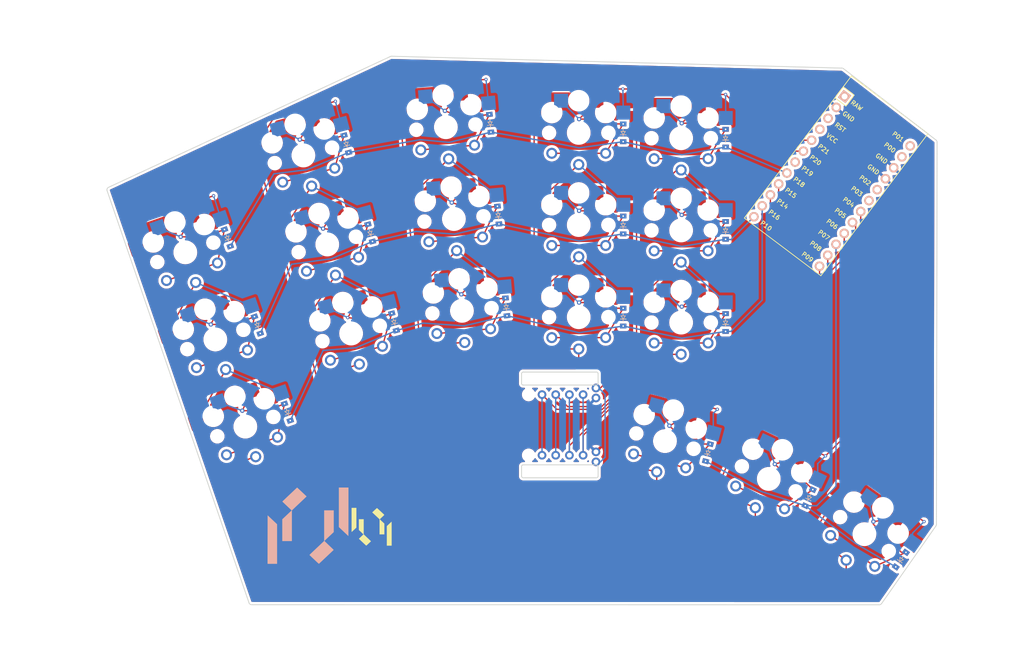
<source format=kicad_pcb>
(kicad_pcb (version 20210722) (generator pcbnew)
  (title_block (title "KEYBOARD_NAME_HERE") (rev "VERSION_HERE") (company "YOUR_NAME_HERE"))
  (layers (0 "F.Cu" signal) (31 "B.Cu" signal) (34 "B.Paste" user) (35 "F.Paste" user) (36 "B.SilkS" user "B.Silkscreen") (37 "F.SilkS" user "F.Silkscreen") (38 "B.Mask" user) (39 "F.Mask" user) (44 "Edge.Cuts" user))
  (net 0 "")
  (net 1 "pinky_bottom")
  (net 2 "P4")
  (net 3 "P16")
  (net 4 "pinky_home")
  (net 5 "pinky_top")
  (net 6 "P18")
  (net 7 "ring_bottom")
  (net 8 "P5")
  (net 9 "ring_home")
  (net 10 "ring_top")
  (net 11 "middle_bottom")
  (net 12 "P6")
  (net 13 "middle_home")
  (net 14 "middle_top")
  (net 15 "index_bottom")
  (net 16 "P21")
  (net 17 "index_home")
  (net 18 "index_top")
  (net 19 "inner_bottom")
  (net 20 "P20")
  (net 21 "inner_home")
  (net 22 "inner_top")
  (net 23 "near_thumb")
  (net 24 "P7")
  (net 25 "home_thumb")
  (net 26 "far_thumb")
  (net 27 "RAW")
  (net 28 "GND")
  (net 29 "RST")
  (net 30 "VCC")
  (net 31 "P19")
  (net 32 "P15")
  (net 33 "P14")
  (net 34 "P10")
  (net 35 "P1")
  (net 36 "P0")
  (net 37 "P2")
  (net 38 "P3")
  (net 39 "P8")
  (net 40 "P9")
  (footprint "PG1350" (layer "F.Cu") (at 56.322091 -19.390601 180)
    (fp_text reference "S20" hide)
    (fp_text value "" hide)
  )
  (footprint "PG1350" (layer "F.Cu") (at 75.322091 -18.390601)
    (fp_text reference "S25" hide)
    (fp_text value "" hide)
  )
  (footprint "PG1350" (layer "F.Cu") (at 14.091322 -16.363992 15)
    (fp_text reference "S7" hide)
    (fp_text value "" hide)
  )
  (footprint "PG1350" (layer "F.Cu") (at 56.322091 -53.590601 180)
    (fp_text reference "S24" hide)
    (fp_text value "" hide)
  )
  (footprint "LOGO" (layer "F.Cu") (at 8.128 18.796)
    (fp_text reference "G***" hide)
    (fp_text value "LOGO" hide)
  )
  (footprint "PG1350" (layer "F.Cu") (at 56.322091 -19.390601)
    (fp_text reference "S19" hide)
    (fp_text value "" hide)
  )
  (footprint "PG1350" (layer "F.Cu") (at 75.322091 -18.390601 180)
    (fp_text reference "S26" hide)
    (fp_text value "" hide)
  )
  (footprint "RollerEncoder_Panasonic_EVQWGD001" (layer "F.Cu") (at 53.322091 0.609399 -90)
    (fp_text reference "REF**")
    (fp_text value "RollerEncoder_Panasonic_EVQWGD001")
    (fp_line (start 9.8 7.3) (end 9.8 -6.3) (layer "Edge.Cuts") (width 0.15))
    (fp_line (start 7.7 7.6) (end 9.5 7.6) (layer "Edge.Cuts") (width 0.15))
    (fp_line (start -9.8 7.3) (end -9.8 -6.3) (layer "Edge.Cuts") (width 0.15))
    (fp_line (start -9.5 -6.6) (end -7.7 -6.6) (layer "Edge.Cuts") (width 0.15))
    (fp_line (start 7.4 -6.3) (end 7.4 7.3) (layer "Edge.Cuts") (width 0.15))
    (fp_line (start -7.7 7.6) (end -9.5 7.6) (layer "Edge.Cuts") (width 0.15))
    (fp_line (start 9.5 -6.6) (end 7.7 -6.6) (layer "Edge.Cuts") (width 0.15))
    (fp_line (start -7.4 -6.3) (end -7.4 7.3) (layer "Edge.Cuts") (width 0.15))
    (fp_arc (start 9.5 7.3) (end 9.5 7.6) (angle -90) (layer "Edge.Cuts") (width 0.15))
    (fp_arc (start -7.7 7.3) (end -7.4 7.3) (angle 90) (layer "Edge.Cuts") (width 0.15))
    (fp_arc (start 9.5 -6.3) (end 9.8 -6.3) (angle -90) (layer "Edge.Cuts") (width 0.15))
    (fp_arc (start 7.7 7.3) (end 7.4 7.3) (angle -90) (layer "Edge.Cuts") (width 0.15))
    (fp_arc (start -9.5 7.3) (end -9.5 7.6) (angle 90) (layer "Edge.Cuts") (width 0.15))
    (fp_arc (start 7.7 -6.3) (end 7.7 -6.6) (angle -90) (layer "Edge.Cuts") (width 0.15))
    (fp_arc (start -7.7 -6.3) (end -7.7 -6.6) (angle 90) (layer "Edge.Cuts") (width 0.15))
    (fp_arc (start -9.5 -6.3) (end -9.8 -6.3) (angle 90) (layer "Edge.Cuts") (width 0.15))
  )
  (footprint "PG1350" (layer "F.Cu") (at 34.655082 -20.57138 -175)
    (fp_text reference "S14" hide)
    (fp_text value "" hide)
  )
  (footprint "PG1350" (layer "F.Cu") (at 91.582503 10.619616 -25)
    (fp_text reference "S33" hide)
    (fp_text value "" hide)
  )
  (footprint "PG1350" (layer "F.Cu") (at -11.101874 -15.242183 19)
    (fp_text reference "S3" hide)
    (fp_text value "" hide)
  )
  (footprint "ComboDiode" (layer "F.Cu") (at 64.572091 -36.490601 90)
    (fp_text reference "D11" hide)
    (fp_text value "" hide)
  )
  (footprint "ComboDiode" (layer "F.Cu") (at -8.868561 -34.096488 109)
    (fp_text reference "D3" hide)
    (fp_text value "" hide)
  )
  (footprint "PG1350" (layer "F.Cu") (at 75.322091 -52.590601 180)
    (fp_text reference "S30" hide)
    (fp_text value "" hide)
  )
  (footprint "PG1350" (layer "F.Cu") (at 91.582503 10.619616 155)
    (fp_text reference "S34" hide)
    (fp_text value "" hide)
  )
  (footprint "ComboDiode" (layer "F.Cu") (at 64.572091 -19.390601 90)
    (fp_text reference "D10" hide)
    (fp_text value "" hide)
  )
  (footprint "ComboDiode" (layer "F.Cu") (at 80.290979 5.744656 75)
    (fp_text reference "D16" hide)
    (fp_text value "" hide)
  )
  (footprint "PG1350" (layer "F.Cu") (at 31.674356 -54.641239 -175)
    (fp_text reference "S18" hide)
    (fp_text value "" hide)
  )
  (footprint "PG1350" (layer "F.Cu") (at -5.534659 0.926184 -161)
    (fp_text reference "S2" hide)
    (fp_text value "" hide)
  )
  (footprint "PG1350" (layer "F.Cu") (at 33.164719 -37.606309 -175)
    (fp_text reference "S16" hide)
    (fp_text value "" hide)
  )
  (footprint "ComboDiode" (layer "F.Cu") (at 116.090999 25.599873 55)
    (fp_text reference "D18" hide)
    (fp_text value "" hide)
  )
  (footprint "LOGO" (layer "F.Cu") (at 8.329084 21.325417)
    (fp_text reference "G***" hide)
    (fp_text value "LOGO" hide)
  )
  (footprint "ComboDiode" (layer "F.Cu") (at 42.873688 -21.290415 95)
    (fp_text reference "D7" hide)
    (fp_text value "" hide)
  )
  (footprint "PG1350" (layer "F.Cu") (at 5.239711 -49.398656 15)
    (fp_text reference "S11" hide)
    (fp_text value "" hide)
  )
  (footprint "PG1350" (layer "F.Cu") (at 5.239711 -49.398656 -165)
    (fp_text reference "S12" hide)
    (fp_text value "" hide)
  )
  (footprint "PG1350" (layer "F.Cu") (at 56.322091 -36.490601)
    (fp_text reference "S21" hide)
    (fp_text value "" hide)
  )
  (footprint "ComboDiode" (layer "F.Cu") (at 83.572091 -35.490601 90)
    (fp_text reference "D14" hide)
    (fp_text value "" hide)
  )
  (footprint "PG1350" (layer "F.Cu") (at 109.332995 20.867867 -35)
    (fp_text reference "S35" hide)
    (fp_text value "" hide)
  )
  (footprint "ComboDiode" (layer "F.Cu") (at 17.634404 -35.016581 105)
    (fp_text reference "D5" hide)
    (fp_text value "" hide)
  )
  (footprint "PG1350" (layer "F.Cu") (at 56.322091 -36.490601 180)
    (fp_text reference "S22" hide)
    (fp_text value "" hide)
  )
  (footprint "ComboDiode" (layer "F.Cu") (at 83.572091 -18.390601 90)
    (fp_text reference "D13" hide)
    (fp_text value "" hide)
  )
  (footprint "PG1350" (layer "F.Cu") (at 9.665516 -32.881324 15)
    (fp_text reference "S9" hide)
    (fp_text value "" hide)
  )
  (footprint "ComboDiode" (layer "F.Cu") (at 39.892962 -55.360274 95)
    (fp_text reference "D9" hide)
    (fp_text value "" hide)
  )
  (footprint "ComboDiode" (layer "F.Cu") (at 2.26587 -1.759753 109)
    (fp_text reference "D1" hide)
    (fp_text value "" hide)
  )
  (footprint "LOGO" (layer "F.Cu") (at 8.329084 21.325417)
    (fp_text reference "G***" hide)
    (fp_text value "LOGO" hide)
  )
  (footprint "PG1350" (layer "F.Cu") (at 33.164719 -37.606309 5)
    (fp_text reference "S15" hide)
    (fp_text value "" hide)
  )
  (footprint "ComboDiode" (layer "F.Cu") (at 64.572091 -53.590601 90)
    (fp_text reference "D12" hide)
    (fp_text value "" hide)
  )
  (footprint "PG1350" (layer "F.Cu") (at -16.669089 -31.410551 -161)
    (fp_text reference "S6" hide)
    (fp_text value "" hide)
  )
  (footprint "PG1350" (layer "F.Cu") (at 75.322091 -35.490601)
    (fp_text reference "S27" hide)
    (fp_text value "" hide)
  )
  (footprint "LOGO" (layer "F.Cu") (at 8.128 18.796)
    (fp_text reference "G***" hide)
    (fp_text value "LOGO" hide)
  )
  (footprint "PG1350" (layer "F.Cu") (at 72.322091 3.609399 -15)
    (fp_text reference "S31" hide)
    (fp_text value "" hide)
  )
  (footprint "PG1350" (layer "F.Cu") (at 9.665516 -32.881324 -165)
    (fp_text reference "S10" hide)
    (fp_text value "" hide)
  )
  (footprint "ComboDiode" (layer "F.Cu") (at -3.301346 -17.928121 109)
    (fp_text reference "D2" hide)
    (fp_text value "" hide)
  )
  (footprint "ComboDiode" (layer "F.Cu") (at 83.572091 -52.590601 90)
    (fp_text reference "D15" hide)
    (fp_text value "" hide)
  )
  (footprint "PG1350" (layer "F.Cu") (at -11.101874 -15.242183 -161)
    (fp_text reference "S4" hide)
    (fp_text value "" hide)
  )
  (footprint "ComboDiode" (layer "F.Cu") (at 99.059542 14.106217 65)
    (fp_text reference "D17" hide)
    (fp_text value "" hide)
  )
  (footprint "PG1350" (layer "F.Cu") (at -16.669089 -31.410551 19)
    (fp_text reference "S5" hide)
    (fp_text value "" hide)
  )
  (footprint "PG1350" (layer "F.Cu") (at 34.655082 -20.57138 5)
    (fp_text reference "S13" hide)
    (fp_text value "" hide)
  )
  (footprint "ComboDiode" (layer "F.Cu") (at 22.06021 -18.499249 105)
    (fp_text reference "D4" hide)
    (fp_text value "" hide)
  )
  (footprint "LOGO" (layer "F.Cu") (at 8.128 18.796)
    (fp_text reference "G***" hide)
    (fp_text value "LOGO" hide)
  )
  (footprint "PG1350" (layer "F.Cu") (at 109.332995 20.867867 145)
    (fp_text reference "S36" hide)
    (fp_text value "" hide)
  )
  (footprint "PG1350" (layer "F.Cu") (at 75.322091 -35.490601 180)
    (fp_text reference "S28" hide)
    (fp_text value "" hide)
  )
  (footprint "PG1350" (layer "F.Cu") (at 72.322091 3.609399 165)
    (fp_text reference "S32" hide)
    (fp_text value "" hide)
  )
  (footprint "PG1350" (layer "F.Cu") (at 56.322091 -53.590601)
    (fp_text reference "S23" hide)
    (fp_text value "" hide)
  )
  (footprint "PG1350" (layer "F.Cu") (at -5.534659 0.926184 19)
    (fp_text reference "S1" hide)
    (fp_text value "" hide)
  )
  (footprint "PG1350" (layer "F.Cu") (at 14.091322 -16.363992 -165)
    (fp_text reference "S8" hide)
    (fp_text value "" hide)
  )
  (footprint "PG1350" (layer "F.Cu") (at 75.322091 -52.590601)
    (fp_text reference "S29" hide)
    (fp_text value "" hide)
  )
  (footprint "ComboDiode" (layer "F.Cu") (at 41.383325 -38.325344 95)
    (fp_text reference "D8" hide)
    (fp_text value "" hide)
  )
  (footprint "ComboDiode" (layer "F.Cu") (at 13.208599 -51.533913 105)
    (fp_text reference "D6" hide)
    (fp_text value "" hide)
  )
  (footprint "ProMicro" (layer "F.Cu") (at 103.322091 -44.590601 -127)
    (fp_text reference "MCU1" hide)
    (fp_text value "" hide)
  )
  (footprint "PG1350" (layer "F.Cu") (at 31.674356 -54.641239 5)
    (fp_text reference "S17" hide)
    (fp_text value "" hide)
  )
  (footprint "LOGO" (layer "F.Cu") (at 8.329084 21.325417)
    (fp_text reference "G***" hide)
    (fp_text value "LOGO" hide)
  )
  (gr_line (start 105.451242 -65.49097) (end 122.627026 -52.24108) (angle 90) (layer "Edge.Cuts") (width 0.15))
  (gr_line (start 122.821623 -51.84424) (end 122.687002 19.074136) (angle 90) (layer "Edge.Cuts") (width 0.15))
  (gr_arc (start 122.187002 19.073186) (end 122.596578 19.359975) (angle -34.89123511) (layer "Edge.Cuts") (width 0.15))
  (gr_arc (start 112.10206 33.475977) (end 112.102016 33.975977) (angle -55.00504228) (layer "Edge.Cuts") (width 0.15))
  (gr_line (start 112.102016 33.975977) (end -4.377834 33.965732) (angle 90) (layer "Edge.Cuts") (width 0.15))
  (gr_arc (start 122.321624 -51.845189) (end 122.821623 -51.844239) (angle -52.46114349) (layer "Edge.Cuts") (width 0.15))
  (gr_arc (start -4.37779 33.465732) (end -4.850549 33.628516) (angle -70.99495596) (layer "Edge.Cuts") (width 0.15))
  (gr_line (start 21.605717 -67.800467) (end 105.159034 -65.594905) (angle 90) (layer "Edge.Cuts") (width 0.15))
  (gr_line (start -30.924308 -43.473055) (end 21.381996 -67.754158) (angle 90) (layer "Edge.Cuts") (width 0.15))
  (gr_line (start -4.850549 33.628516) (end -31.18654 -42.856754) (angle 90) (layer "Edge.Cuts") (width 0.15))
  (gr_line (start 122.596578 19.359975) (end 112.511636 33.762765) (angle 90) (layer "Edge.Cuts") (width 0.15))
  (gr_arc (start 105.14584 -65.095079) (end 105.451242 -65.49097) (angle -36.13553037) (layer "Edge.Cuts") (width 0.15))
  (gr_arc (start 21.592523 -67.300641) (end 21.605717 -67.800467) (angle -26.41328495) (layer "Edge.Cuts") (width 0.15))
  (gr_arc (start -30.713781 -43.019538) (end -30.924308 -43.473055) (angle -84.09880785) (layer "Edge.Cuts") (width 0.15))
  (segment (start -9.025093 6.146995) (end 0.430093 2.891314) (width 0.25) (layer "F.Cu") (net 1))
  (segment (start -1.524 -2.032) (end 1.728683 -3.319859) (width 0.25) (layer "F.Cu") (net 1))
  (segment (start -4.375216 -5.765887) (end -6.096 -2.032) (width 0.25) (layer "F.Cu") (net 1))
  (segment (start 0.430093 2.891314) (end 1.728683 -3.319859) (width 0.25) (layer "F.Cu") (net 1))
  (segment (start -6.096 -2.032) (end -1.524 -2.032) (width 0.25) (layer "F.Cu") (net 1))
  (via (at -6.096 -2.032) (size 0.8) (drill 0.4) (layers "F.Cu" "B.Cu") (net 1))
  (segment (start -6.096 -2.032) (end -10.568363 -3.633416) (width 0.25) (layer "B.Cu") (net 1))
  (segment (start 108.026563 9.728563) (end 108.643389 9.111736) (width 0.25) (layer "F.Cu") (net 2))
  (segment (start 108.643389 9.111736) (end 108.643389 -38.990503) (width 0.25) (layer "F.Cu") (net 2))
  (segment (start -25.714136 -32.262169) (end -26.924 -36.576) (width 0.25) (layer "F.Cu") (net 2))
  (segment (start 99.568 21.082) (end 104.705423 13.049702) (width 0.25) (layer "F.Cu") (net 2))
  (segment (start -25.714136 -32.262169) (end -20.146921 -16.093801) (width 0.25) (layer "F.Cu") (net 2))
  (segment (start -3.613807 6.504744) (end -11.477022 9.191022) (width 0.25) (layer "F.Cu") (net 2))
  (segment (start -26.924 -36.576) (end -11.43 -41.91) (width 0.25) (layer "F.Cu") (net 2))
  (segment (start -11.477022 9.191022) (end -4.318 29.718) (width 0.25) (layer "F.Cu") (net 2))
  (segment (start -14.579706 0.074566) (end -9.181022 -9.663623) (width 0.25) (layer "F.Cu") (net 2))
  (segment (start 120.396 18.542) (end 108.026563 9.728563) (width 0.25) (layer "F.Cu") (net 2))
  (segment (start -20.146921 -16.093801) (end -14.579706 0.074566) (width 0.25) (layer "F.Cu") (net 2))
  (segment (start 105.948894 25.700864) (end 99.568 21.082) (width 0.25) (layer "F.Cu") (net 2))
  (segment (start 105.948894 28.163106) (end 105.948894 25.700864) (width 0.25) (layer "F.Cu") (net 2))
  (segment (start -20.146921 -16.093801) (end -14.748237 -25.831991) (width 0.25) (layer "F.Cu") (net 2))
  (segment (start 104.705423 13.049702) (end 108.026563 9.728563) (width 0.25) (layer "F.Cu") (net 2))
  (segment (start -14.579706 0.074566) (end -11.477022 9.191022) (width 0.25) (layer "F.Cu") (net 2))
  (segment (start -4.318 29.718) (end 104.394 29.718) (width 0.25) (layer "F.Cu") (net 2))
  (segment (start 104.394 29.718) (end 105.948894 28.163106) (width 0.25) (layer "F.Cu") (net 2))
  (via (at -11.43 -41.91) (size 0.6) (drill 0.3) (layers "F.Cu" "B.Cu") (net 2))
  (via (at 120.396 18.542) (size 0.6) (drill 0.3) (layers "F.Cu" "B.Cu") (net 2))
  (segment (start 1.068627 -5.313587) (end -9.181022 -9.663623) (width 0.25) (layer "B.Cu") (net 2))
  (segment (start 118.26239 20.67561) (end 118.26239 22.542392) (width 0.25) (layer "B.Cu") (net 2))
  (segment (start 120.396 18.542) (end 118.26239 20.67561) (width 0.25) (layer "B.Cu") (net 2))
  (segment (start -4.498588 -21.481954) (end -14.748237 -25.831991) (width 0.25) (layer "B.Cu") (net 2))
  (segment (start -11.43 -41.91) (end -10.065803 -37.650322) (width 0.25) (layer "B.Cu") (net 2))
  (segment (start 43.017495 -19.646694) (end 56.388 -16.51) (width 0.25) (layer "B.Cu") (net 3))
  (segment (start 84.558601 -16.740601) (end 90.357743 -22.539743) (width 0.25) (layer "B.Cu") (net 3))
  (segment (start 14.986 -13.716) (end 8.89 -13.208) (width 0.25) (layer "B.Cu") (net 3))
  (segment (start 22.487261 -16.905471) (end 14.986 -13.716) (width 0.25) (layer "B.Cu") (net 3))
  (segment (start 56.388 -16.51) (end 64.572091 -17.740601) (width 0.25) (layer "B.Cu") (net 3))
  (segment (start 83.572091 -16.740601) (end 84.558601 -16.740601) (width 0.25) (layer "B.Cu") (net 3))
  (segment (start 8.89 -13.208) (end 2.803057 -0.199647) (width 0.25) (layer "B.Cu") (net 3))
  (segment (start 43.017495 -19.646694) (end 35.052 -17.78) (width 0.25) (layer "B.Cu") (net 3))
  (segment (start 35.052 -17.78) (end 27.432 -18.288) (width 0.25) (layer "B.Cu") (net 3))
  (segment (start 90.357743 -22.539743) (end 90.357743 -40.048028) (width 0.25) (layer "B.Cu") (net 3))
  (segment (start 64.572091 -17.740601) (end 75.438 -15.494) (width 0.25) (layer "B.Cu") (net 3))
  (segment (start 75.438 -15.494) (end 83.572091 -16.740601) (width 0.25) (layer "B.Cu") (net 3))
  (segment (start 27.432 -18.288) (end 22.487261 -16.905471) (width 0.25) (layer "B.Cu") (net 3))
  (segment (start -14.592308 -10.021372) (end -5.137122 -13.277053) (width 0.25) (layer "F.Cu") (net 4))
  (segment (start -7.366 -18.034) (end -3.838533 -19.488227) (width 0.25) (layer "F.Cu") (net 4))
  (segment (start -5.137122 -13.277053) (end -3.838533 -19.488227) (width 0.25) (layer "F.Cu") (net 4))
  (segment (start -11.938 -18.034) (end -9.942431 -21.934254) (width 0.25) (layer "F.Cu") (net 4))
  (segment (start -11.938 -18.034) (end -7.366 -18.034) (width 0.25) (layer "F.Cu") (net 4))
  (via (at -11.938 -18.034) (size 0.8) (drill 0.4) (layers "F.Cu" "B.Cu") (net 4))
  (segment (start -16.135578 -19.801783) (end -11.938 -18.034) (width 0.25) (layer "B.Cu") (net 4))
  (segment (start -15.509646 -38.102622) (end -17.526 -34.29) (width 0.25) (layer "F.Cu") (net 5))
  (segment (start -17.526 -34.29) (end -12.954 -34.29) (width 0.25) (layer "F.Cu") (net 5))
  (segment (start -10.704337 -29.445421) (end -9.405748 -35.656594) (width 0.25) (layer "F.Cu") (net 5))
  (segment (start -20.159523 -26.18974) (end -10.704337 -29.445421) (width 0.25) (layer "F.Cu") (net 5))
  (segment (start -12.954 -34.29) (end -9.405748 -35.656594) (width 0.25) (layer "F.Cu") (net 5))
  (via (at -17.526 -34.29) (size 0.8) (drill 0.4) (layers "F.Cu" "B.Cu") (net 5))
  (segment (start -17.526 -34.29) (end -21.702793 -35.970151) (width 0.25) (layer "B.Cu") (net 5))
  (segment (start 40.036769 -53.716553) (end 51.308 -51.816) (width 0.25) (layer "B.Cu") (net 6))
  (segment (start 56.388 -50.8) (end 64.572091 -51.940601) (width 0.25) (layer "B.Cu") (net 6))
  (segment (start 26.924 -52.324) (end 32.258 -51.816) (width 0.25) (layer "B.Cu") (net 6))
  (segment (start 5.842 -46.736) (end 13.63565 -49.940135) (width 0.25) (layer "B.Cu") (net 6))
  (segment (start 64.572091 -51.940601) (end 75.438 -49.53) (width 0.25) (layer "B.Cu") (net 6))
  (segment (start -0.254 -45.974) (end 5.842 -46.736) (width 0.25) (layer "B.Cu") (net 6))
  (segment (start 75.438 -49.53) (end 83.572091 -50.940601) (width 0.25) (layer "B.Cu") (net 6))
  (segment (start 83.572091 -50.940601) (end 94.943573 -46.13363) (width 0.25) (layer "B.Cu") (net 6))
  (segment (start 51.308 -51.816) (end 56.388 -50.8) (width 0.25) (layer "B.Cu") (net 6))
  (segment (start 32.258 -51.816) (end 40.036769 -53.716553) (width 0.25) (layer "B.Cu") (net 6))
  (segment (start 13.63565 -49.940135) (end 26.924 -52.324) (width 0.25) (layer "B.Cu") (net 6))
  (segment (start -8.331374 -32.536382) (end -0.254 -45.974) (width 0.25) (layer "B.Cu") (net 6))
  (segment (start 10.245205 -11.399379) (end 19.904464 -13.987569) (width 0.25) (layer "F.Cu") (net 7))
  (segment (start 13.462 -19.304) (end 17.78 -18.796) (width 0.25) (layer "F.Cu") (net 7))
  (segment (start 19.904464 -13.987569) (end 21.633159 -20.093027) (width 0.25) (layer "F.Cu") (net 7))
  (segment (start 15.714756 -22.958883) (end 13.462 -19.304) (width 0.25) (layer "F.Cu") (net 7))
  (segment (start 17.78 -18.796) (end 21.633159 -20.093027) (width 0.25) (layer "F.Cu") (net 7))
  (via (at 13.462 -19.304) (size 0.6) (drill 0.3) (layers "F.Cu" "B.Cu") (net 7))
  (segment (start 13.462 -19.304) (end 9.387942 -21.263618) (width 0.25) (layer "B.Cu") (net 7))
  (segment (start 85.667625 3.723796) (end 89.14571 0.24571) (width 0.25) (layer "F.Cu") (net 8))
  (segment (start 107.696 0.762) (end 107.696 -36.380747) (width 0.25) (layer "F.Cu") (net 8))
  (segment (start -3.723897 -50.87915) (end 0.701908 -34.361818) (width 0.25) (layer "F.Cu") (net 8))
  (segment (start 0.701908 -34.361818) (end 5.127714 -17.844486) (width 0.25) (layer "F.Cu") (net 8))
  (segment (start 89.089055 28.512945) (end 89.089055 15.966832) (width 0.25) (layer "F.Cu") (net 8))
  (segment (start -9.652 12.954) (end -8.132658 17.415263) (width 0.25) (layer "F.Cu") (net 8))
  (segment (start 81.788 12.954) (end 85.667625 3.723796) (width 0.25) (layer "F.Cu") (net 8))
  (segment (start 5.127714 -17.844486) (end 11.192548 -27.182362) (width 0.25) (layer "F.Cu") (net 8))
  (segment (start -3.81 29.21) (end 88.392 29.21) (width 0.25) (layer "F.Cu") (net 8))
  (segment (start 15.618354 -10.66503) (end 7.714839 -8.222839) (width 0.25) (layer "F.Cu") (net 8))
  (segment (start 89.089055 15.966832) (end 81.788 12.954) (width 0.25) (layer "F.Cu") (net 8))
  (segment (start 7.714839 -8.222839) (end 7.714839 1.175161) (width 0.25) (layer "F.Cu") (net 8))
  (segment (start 11.176 -59.436) (end -0.254 -56.388) (width 0.25) (layer "F.Cu") (net 8))
  (segment (start -0.254 -56.388) (end -3.723897 -50.87915) (width 0.25) (layer "F.Cu") (net 8))
  (segment (start 88.392 29.21) (end 89.089055 28.512945) (width 0.25) (layer "F.Cu") (net 8))
  (segment (start 102.108 6.35) (end 107.696 0.762) (width 0.25) (layer "F.Cu") (net 8))
  (segment (start -8.075849 17.578151) (end -3.81 29.21) (width 0.25) (layer "F.Cu") (net 8))
  (segment (start 89.14571 0.24571) (end 102.108 6.35) (width 0.25) (layer "F.Cu") (net 8))
  (segment (start 107.696 -36.380747) (end 107.114778 -36.961969) (width 0.25) (layer "F.Cu") (net 8))
  (segment (start -8.132658 17.415263) (end -8.075849 17.578151) (width 0.25) (layer "F.Cu") (net 8))
  (segment (start 5.127714 -17.844486) (end 7.714839 -8.222839) (width 0.25) (layer "F.Cu") (net 8))
  (segment (start 0.701908 -34.361818) (end 6.766743 -43.699694) (width 0.25) (layer "F.Cu") (net 8))
  (segment (start 7.714839 1.175161) (end -9.652 12.954) (width 0.25) (layer "F.Cu") (net 8))
  (via (at 11.176 -59.436) (size 0.6) (drill 0.3) (layers "F.Cu" "B.Cu") (net 8))
  (via (at 102.108 6.35) (size 0.6) (drill 0.3) (layers "F.Cu" "B.Cu") (net 8))
  (segment (start 102.108 6.35) (end 100.667018 7.790982) (width 0.25) (layer "B.Cu") (net 8))
  (segment (start 21.113787 -22.127941) (end 11.192548 -27.182362) (width 0.25) (layer "B.Cu") (net 8))
  (segment (start 100.667018 7.790982) (end 100.667018 10.718128) (width 0.25) (layer "B.Cu") (net 8))
  (segment (start 12.262176 -55.162605) (end 11.176 -59.436) (width 0.25) (layer "B.Cu") (net 8))
  (segment (start 16.687981 -38.645273) (end 6.766743 -43.699694) (width 0.25) (layer "B.Cu") (net 8))
  (segment (start 8.89 -35.814) (end 11.28895 -39.476215) (width 0.25) (layer "F.Cu") (net 9))
  (segment (start 13.208 -35.306) (end 17.207353 -36.610359) (width 0.25) (layer "F.Cu") (net 9))
  (segment (start 8.89 -35.814) (end 13.208 -35.306) (width 0.25) (layer "F.Cu") (net 9))
  (segment (start 15.478658 -30.504901) (end 17.207353 -36.610359) (width 0.25) (layer "F.Cu") (net 9))
  (segment (start 15.478658 -30.504901) (end 5.819399 -27.916711) (width 0.25) (layer "F.Cu") (net 9))
  (via (at 8.89 -35.814) (size 0.8) (drill 0.4) (layers "F.Cu" "B.Cu") (net 9))
  (segment (start 4.962136 -37.78095) (end 8.89 -35.814) (width 0.25) (layer "B.Cu") (net 9))
  (segment (start 11.052853 -47.022233) (end 12.781548 -53.127691) (width 0.25) (layer "F.Cu") (net 10))
  (segment (start 1.393594 -44.434043) (end 11.052853 -47.022233) (width 0.25) (layer "F.Cu") (net 10))
  (segment (start 6.863145 -55.993547) (end 4.572 -52.324) (width 0.25) (layer "F.Cu") (net 10))
  (segment (start 4.572 -52.324) (end 7.62 -51.562) (width 0.25) (layer "F.Cu") (net 10))
  (segment (start 7.62 -51.562) (end 12.781548 -53.127691) (width 0.25) (layer "F.Cu") (net 10))
  (via (at 4.572 -52.324) (size 0.8) (drill 0.4) (layers "F.Cu" "B.Cu") (net 10))
  (segment (start 4.572 -52.324) (end 0.536331 -54.298282) (width 0.25) (layer "B.Cu") (net 10))
  (segment (start 38.1 -22.352) (end 42.729881 -22.934136) (width 0.25) (layer "F.Cu") (net 11))
  (segment (start 37.399043 -26.784174) (end 34.544 -23.622) (width 0.25) (layer "F.Cu") (net 11))
  (segment (start 39.967247 -17.221619) (end 42.729881 -22.934136) (width 0.25) (layer "F.Cu") (net 11))
  (segment (start 30.0053 -16.350061) (end 39.967247 -17.221619) (width 0.25) (layer "F.Cu") (net 11))
  (segment (start 34.544 -23.622) (end 38.1 -22.352) (width 0.25) (layer "F.Cu") (net 11))
  (via (at 34.544 -23.622) (size 0.8) (drill 0.4) (layers "F.Cu" "B.Cu") (net 11))
  (segment (start 34.544 -23.622) (end 30.873968 -26.213303) (width 0.25) (layer "B.Cu") (net 11))
  (segment (start 62.738 7.62) (end 65.299626 -2.15455) (width 0.25) (layer "F.Cu") (net 12))
  (segment (start -3.302 28.702) (end 68.58 28.448) (width 0.25) (layer "F.Cu") (net 12))
  (segment (start 70.795059 26.232941) (end 70.795059 9.308361) (width 0.25) (layer "F.Cu") (net 12))
  (segment (start 8.636 1.27) (end -8.89 13.208) (width 0.25) (layer "F.Cu") (net 12))
  (segment (start 35.169301 -14.693831) (end 26.879305 -14.179305) (width 0.25) (layer "F.Cu") (net 12))
  (segment (start 66.548 -6.096) (end 81.28 -6.096) (width 0.25) (layer "F.Cu") (net 12))
  (segment (start 26.084737 -23.585896) (end 26.879305 -14.179305) (width 0.25) (layer "F.Cu") (net 12))
  (segment (start 65.299626 -2.15455) (end 65.786 -2.640924) (width 0.25) (layer "F.Cu") (net 12))
  (segment (start 26.084737 -23.585896) (end 26.084737 -24.134559) (width 0.25) (layer "F.Cu") (net 12))
  (segment (start 24.594374 -40.620825) (end 26.084737 -23.585896) (width 0.25) (layer "F.Cu") (net 12))
  (segment (start 24.594374 -41.169489) (end 32.188575 -48.76369) (width 0.25) (layer "F.Cu") (net 12))
  (segment (start -8.89 13.208) (end -3.302 28.702) (width 0.25) (layer "F.Cu") (net 12))
  (segment (start 68.326 -6.096) (end 71.374 -5.334) (width 0.25) (layer "F.Cu") (net 12))
  (segment (start 65.786 -5.334) (end 66.548 -6.096) (width 0.25) (layer "F.Cu") (net 12))
  (segment (start 70.795059 9.308361) (end 62.738 7.62) (width 0.25) (layer "F.Cu") (net 12))
  (segment (start 71.374 -5.334) (end 82.042 -2.286) (width 0.25) (layer "F.Cu") (net 12))
  (segment (start 22.606 -62.23) (end 23.104011 -57.655755) (width 0.25) (layer "F.Cu") (net 12))
  (segment (start 26.879305 -14.179305) (end 24.13 -10.922) (width 0.25) (layer "F.Cu") (net 12))
  (segment (start 8.636 -6.604) (end 8.636 1.27) (width 0.25) (layer "F.Cu") (net 12))
  (segment (start 65.786 -2.640924) (end 65.786 -5.334) (width 0.25) (layer "F.Cu") (net 12))
  (segment (start 81.28 -6.096) (end 105.586168 -30.402168) (width 0.25) (layer "F.Cu") (net 12))
  (segment (start 68.58 28.448) (end 70.795059 26.232941) (width 0.25) (layer "F.Cu") (net 12))
  (segment (start 24.13 -10.922) (end 8.636 -6.604) (width 0.25) (layer "F.Cu") (net 12))
  (segment (start 105.586168 -30.402168) (end 105.586168 -34.933435) (width 0.25) (layer "F.Cu") (net 12))
  (segment (start 39.116 -63.5) (end 22.606 -62.23) (width 0.25) (layer "F.Cu") (net 12))
  (segment (start 23.104011 -57.655755) (end 24.594374 -40.620825) (width 0.25) (layer "F.Cu") (net 12))
  (segment (start 26.084737 -24.134559) (end 33.678938 -31.72876) (width 0.25) (layer "F.Cu") (net 12))
  (segment (start 24.594374 -40.620825) (end 24.594374 -41.169489) (width 0.25) (layer "F.Cu") (net 12))
  (via (at 82.042 -2.286) (size 0.6) (drill 0.3) (layers "F.Cu" "B.Cu") (net 12))
  (via (at 39.116 -63.5) (size 0.6) (drill 0.3) (layers "F.Cu" "B.Cu") (net 12))
  (segment (start 39.591033 -59.098183) (end 39.116 -63.5) (width 0.25) (layer "B.Cu") (net 12))
  (segment (start 41.081396 -42.063253) (end 32.188575 -48.76369) (width 0.25) (layer "B.Cu") (net 12))
  (segment (start 82.042 -2.286) (end 81.285699 -1.529699) (width 0.25) (layer "B.Cu") (net 12))
  (segment (start 42.571759 -25.028324) (end 33.678938 -31.72876) (width 0.25) (layer "B.Cu") (net 12))
  (segment (start 81.285699 -1.529699) (end 81.285699 2.128905) (width 0.25) (layer "B.Cu") (net 12))
  (segment (start 28.514937 -33.38499) (end 38.476884 -34.256548) (width 0.25) (layer "F.Cu") (net 13))
  (segment (start 32.766 -40.64) (end 35.90868 -43.819103) (width 0.25) (layer "F.Cu") (net 13))
  (segment (start 32.766 -40.64) (end 36.83 -39.37) (width 0.25) (layer "F.Cu") (net 13))
  (segment (start 36.83 -39.37) (end 41.239518 -39.969065) (width 0.25) (layer "F.Cu") (net 13))
  (segment (start 38.476884 -34.256548) (end 41.239518 -39.969065) (width 0.25) (layer "F.Cu") (net 13))
  (via (at 32.766 -40.64) (size 0.8) (drill 0.4) (layers "F.Cu" "B.Cu") (net 13))
  (segment (start 29.383605 -43.248232) (end 32.766 -40.64) (width 0.25) (layer "B.Cu") (net 13))
  (segment (start 34.418317 -60.854033) (end 31.496 -57.658) (width 0.25) (layer "F.Cu") (net 14))
  (segment (start 27.024574 -50.41992) (end 36.986521 -51.291478) (width 0.25) (layer "F.Cu") (net 14))
  (segment (start 35.052 -56.388) (end 39.749155 -57.003995) (width 0.25) (layer "F.Cu") (net 14))
  (segment (start 31.496 -57.658) (end 35.052 -56.388) (width 0.25) (layer "F.Cu") (net 14))
  (segment (start 36.986521 -51.291478) (end 39.749155 -57.003995) (width 0.25) (layer "F.Cu") (net 14))
  (via (at 31.496 -57.658) (size 0.8) (drill 0.4) (layers "F.Cu" "B.Cu") (net 14))
  (segment (start 31.496 -57.658) (end 27.893242 -60.283162) (width 0.25) (layer "B.Cu") (net 14))
  (segment (start 51.322091 -15.590601) (end 61.322091 -15.590601) (width 0.25) (layer "F.Cu") (net 15))
  (segment (start 59.597091 -25.340601) (end 59.597091 -25.307091) (width 0.25) (layer "F.Cu") (net 15))
  (segment (start 59.477399 -21.040601) (end 64.572091 -21.040601) (width 0.25) (layer "F.Cu") (net 15))
  (segment (start 56.388 -22.098) (end 58.42 -22.098) (width 0.25) (layer "F.Cu") (net 15))
  (segment (start 58.42 -22.098) (end 59.477399 -21.040601) (width 0.25) (layer "F.Cu") (net 15))
  (segment (start 59.597091 -25.307091) (end 56.388 -22.098) (width 0.25) (layer "F.Cu") (net 15))
  (segment (start 61.322091 -15.590601) (end 64.572091 -21.040601) (width 0.25) (layer "F.Cu") (net 15))
  (via (at 56.388 -22.098) (size 0.8) (drill 0.4) (layers "F.Cu" "B.Cu") (net 15))
  (segment (start 56.289692 -22.098) (end 53.047091 -25.340601) (width 0.25) (layer "B.Cu") (net 15))
  (segment (start 56.388 -22.098) (end 56.289692 -22.098) (width 0.25) (layer "B.Cu") (net 15))
  (segment (start 60.96 -6.858) (end 60.96 -9.652) (width 0.25) (layer "F.Cu") (net 16))
  (segment (start 48.047091 -40.240601) (end 56.322091 -47.690601) (width 0.25) (layer "F.Cu") (net 16))
  (segment (start 60.96 -9.652) (end 60.452 -10.16) (width 0.25) (layer "F.Cu") (net 16))
  (segment (start 56.388 -10.16) (end 56.322091 -10.225909) (width 0.25) (layer "F.Cu") (net 16))
  (segment (start 94.846767 -52.219233) (end 99.529404 -52.219233) (width 0.25) (layer "F.Cu") (net 16))
  (segment (start 64.516 -61.722) (end 48.006 -61.722) (width 0.25) (layer "F.Cu") (net 16))
  (segment (start 60.452 -10.16) (end 56.388 -10.16) (width 0.25) (layer "F.Cu") (net 16))
  (segment (start 64.516 -61.722) (end 85.344 -61.722) (width 0.25) (layer "F.Cu") (net 16))
  (segment (start 60.342601 -6.240601) (end 60.96 -6.858) (width 0.25) (layer "F.Cu") (net 16))
  (segment (start 48.047091 -40.240601) (end 48.047091 -23.140601) (width 0.25) (layer "F.Cu") (net 16))
  (segment (start 48.047091 -57.340601) (end 48.047091 -40.240601) (width 0.25) (layer "F.Cu") (net 16))
  (segment (start 48.047091 -23.140601) (end 56.322091 -30.590601) (width 0.25) (layer "F.Cu") (net 16))
  (segment (start 85.344 -61.722) (end 94.846767 -52.219233) (width 0.25) (layer "F.Cu") (net 16))
  (segment (start 48.006 -61.722) (end 48.047091 -57.340601) (width 0.25) (layer "F.Cu") (net 16))
  (segment (start 56.322091 -13.490601) (end 48.006 -13.462) (width 0.25) (layer "F.Cu") (net 16))
  (segment (start 56.322091 -10.225909) (end 56.322091 -13.490601) (width 0.25) (layer "F.Cu") (net 16))
  (segment (start 59.522091 -6.240601) (end 60.342601 -6.240601) (width 0.25) (layer "F.Cu") (net 16))
  (segment (start 48.006 -13.462) (end 48.047091 -23.140601) (width 0.25) (layer "F.Cu") (net 16))
  (via (at 64.516 -61.722) (size 0.6) (drill 0.3) (layers "F.Cu" "B.Cu") (net 16))
  (segment (start 64.597091 -23.140601) (end 56.322091 -30.590601) (width 0.25) (layer "B.Cu") (net 16))
  (segment (start 64.597091 -57.340601) (end 64.516 -61.722) (width 0.25) (layer "B.Cu") (net 16))
  (segment (start 59.522091 7.459399) (end 60.358601 7.459399) (width 0.25) (layer "B.Cu") (net 16))
  (segment (start 64.597091 -40.240601) (end 56.322091 -47.690601) (width 0.25) (layer "B.Cu") (net 16))
  (segment (start 60.358601 7.459399) (end 61.214 6.604) (width 0.25) (layer "B.Cu") (net 16))
  (segment (start 61.214 -5.08) (end 60.053399 -6.240601) (width 0.25) (layer "B.Cu") (net 16))
  (segment (start 61.214 6.604) (end 61.214 -5.08) (width 0.25) (layer "B.Cu") (net 16))
  (segment (start 60.053399 -6.240601) (end 59.522091 -6.240601) (width 0.25) (layer "B.Cu") (net 16))
  (segment (start 56.388 -39.116) (end 59.597091 -42.325091) (width 0.25) (layer "F.Cu") (net 17))
  (segment (start 51.322091 -32.690601) (end 61.322091 -32.690601) (width 0.25) (layer "F.Cu") (net 17))
  (segment (start 56.388 -39.116) (end 58.674 -39.116) (width 0.25) (layer "F.Cu") (net 17))
  (segment (start 59.597091 -42.325091) (end 59.597091 -42.440601) (width 0.25) (layer "F.Cu") (net 17))
  (segment (start 61.322091 -32.690601) (end 64.572091 -38.140601) (width 0.25) (layer "F.Cu") (net 17))
  (segment (start 58.674 -39.116) (end 59.649399 -38.140601) (width 0.25) (layer "F.Cu") (net 17))
  (segment (start 59.649399 -38.140601) (end 64.572091 -38.140601) (width 0.25) (layer "F.Cu") (net 17))
  (via (at 56.388 -39.116) (size 0.8) (drill 0.4) (layers "F.Cu" "B.Cu") (net 17))
  (segment (start 53.047091 -42.440601) (end 53.063399 -42.440601) (width 0.25) (layer "B.Cu") (net 17))
  (segment (start 53.063399 -42.440601) (end 56.388 -39.116) (width 0.25) (layer "B.Cu") (net 17))
  (segment (start 51.322091 -49.790601) (end 61.322091 -49.790601) (width 0.25) (layer "F.Cu") (net 18))
  (segment (start 56.388 -56.134) (end 58.674 -56.134) (width 0.25) (layer "F.Cu") (net 18))
  (segment (start 58.674 -56.134) (end 59.567399 -55.240601) (width 0.25) (layer "F.Cu") (net 18))
  (segment (start 61.322091 -49.790601) (end 64.572091 -55.240601) (width 0.25) (layer "F.Cu") (net 18))
  (segment (start 59.597091 -59.343091) (end 56.388 -56.134) (width 0.25) (layer "F.Cu") (net 18))
  (segment (start 59.597091 -59.540601) (end 59.597091 -59.343091) (width 0.25) (layer "F.Cu") (net 18))
  (segment (start 59.567399 -55.240601) (end 64.572091 -55.240601) (width 0.25) (layer "F.Cu") (net 18))
  (via (at 56.388 -56.134) (size 0.8) (drill 0.4) (layers "F.Cu" "B.Cu") (net 18))
  (segment (start 53.047091 -59.540601) (end 53.047091 -59.474909) (width 0.25) (layer "B.Cu") (net 18))
  (segment (start 53.047091 -59.474909) (end 56.388 -56.134) (width 0.25) (layer "B.Cu") (net 18))
  (segment (start 75.59249 -21.336) (end 75.438 -21.336) (width 0.25) (layer "F.Cu") (net 19))
  (segment (start 79.019399 -20.040601) (end 83.572091 -20.040601) (width 0.25) (layer "F.Cu") (net 19))
  (segment (start 78.597091 -24.340601) (end 75.59249 -21.336) (width 0.25) (layer "F.Cu") (net 19))
  (segment (start 80.322091 -14.590601) (end 83.572091 -20.040601) (width 0.25) (layer "F.Cu") (net 19))
  (segment (start 75.438 -21.336) (end 77.724 -21.336) (width 0.25) (layer "F.Cu") (net 19))
  (segment (start 70.322091 -14.590601) (end 80.322091 -14.590601) (width 0.25) (layer "F.Cu") (net 19))
  (segment (start 77.724 -21.336) (end 79.019399 -20.040601) (width 0.25) (layer "F.Cu") (net 19))
  (via (at 75.438 -21.336) (size 0.8) (drill 0.4) (layers "F.Cu" "B.Cu") (net 19))
  (segment (start 75.438 -21.336) (end 75.051692 -21.336) (width 0.25) (layer "B.Cu") (net 19))
  (segment (start 75.051692 -21.336) (end 72.047091 -24.340601) (width 0.25) (layer "B.Cu") (net 19))
  (segment (start 74.497091 -29.590601) (end 75.322091 -29.590601) (width 0.25) (layer "F.Cu") (net 20))
  (segment (start 83.566 -60.706) (end 94.081301 -50.190699) (width 0.25) (layer "F.Cu") (net 20))
  (segment (start 74.497091 -46.690601) (end 75.322091 -46.690601) (width 0.25) (layer "F.Cu") (net 20))
  (segment (start 67.047091 -39.240601) (end 67.047091 -22.140601) (width 0.25) (layer "F.Cu") (net 20))
  (segment (start 67.047091 -56.340601) (end 67.047091 -39.240601) (width 0.25) (layer "F.Cu") (net 20))
  (segment (start 94.081301 -50.190699) (end 98.000793 -50.190699) (width 0.25) (layer "F.Cu") (net 20))
  (segment (start 67.047091 -22.140601) (end 74.497091 -29.590601) (width 0.25) (layer "F.Cu") (net 20))
  (segment (start 67.056 -12.446) (end 75.322091 -12.490601) (width 0.25) (layer "F.Cu") (net 20))
  (segment (start 67.056 -60.706) (end 67.047091 -56.340601) (width 0.25) (layer "F.Cu") (net 20))
  (segment (start 67.047091 -39.240601) (end 74.497091 -46.690601) (width 0.25) (layer "F.Cu") (net 20))
  (segment (start 83.566 -60.706) (end 67.056 -60.706) (width 0.25) (layer "F.Cu") (net 20))
  (segment (start 67.047091 -22.140601) (end 67.056 -12.446) (width 0.25) (layer "F.Cu") (net 20))
  (via (at 83.566 -60.706) (size 0.6) (drill 0.3) (layers "F.Cu" "B.Cu") (net 20))
  (segment (start 75.322091 -46.690601) (end 83.597091 -39.240601) (width 0.25) (layer "B.Cu") (net 20))
  (segment (start 83.597091 -56.340601) (end 83.566 -60.706) (width 0.25) (layer "B.Cu") (net 20))
  (segment (start 75.322091 -29.590601) (end 83.597091 -22.140601) (width 0.25) (layer "B.Cu") (net 20))
  (segment (start 78.937399 -37.140601) (end 83.572091 -37.140601) (width 0.25) (layer "F.Cu") (net 21))
  (segment (start 80.322091 -31.690601) (end 83.572091 -37.140601) (width 0.25) (layer "F.Cu") (net 21))
  (segment (start 77.724 -38.354) (end 78.937399 -37.140601) (width 0.25) (layer "F.Cu") (net 21))
  (segment (start 78.597091 -41.440601) (end 78.524601 -41.440601) (width 0.25) (layer "F.Cu") (net 21))
  (segment (start 70.322091 -31.690601) (end 80.322091 -31.690601) (width 0.25) (layer "F.Cu") (net 21))
  (segment (start 75.438 -38.354) (end 77.724 -38.354) (width 0.25) (layer "F.Cu") (net 21))
  (segment (start 78.524601 -41.440601) (end 75.438 -38.354) (width 0.25) (layer "F.Cu") (net 21))
  (via (at 75.438 -38.354) (size 0.8) (drill 0.4) (layers "F.Cu" "B.Cu") (net 21))
  (segment (start 72.351399 -41.440601) (end 72.047091 -41.440601) (width 0.25) (layer "B.Cu") (net 21))
  (segment (start 75.438 -38.354) (end 72.351399 -41.440601) (width 0.25) (layer "B.Cu") (net 21))
  (segment (start 78.601399 -54.240601) (end 83.572091 -54.240601) (width 0.25) (layer "F.Cu") (net 22))
  (segment (start 80.322091 -48.790601) (end 70.322091 -48.790601) (width 0.25) (layer "F.Cu") (net 22))
  (segment (start 75.438 -55.372) (end 78.597091 -58.531091) (width 0.25) (layer "F.Cu") (net 22))
  (segment (start 80.322091 -48.790601) (end 83.572091 -54.240601) (width 0.25) (layer "F.Cu") (net 22))
  (segment (start 75.438 -55.372) (end 77.47 -55.372) (width 0.25) (layer "F.Cu") (net 22))
  (segment (start 77.47 -55.372) (end 78.601399 -54.240601) (width 0.25) (layer "F.Cu") (net 22))
  (segment (start 78.597091 -58.531091) (end 78.597091 -58.540601) (width 0.25) (layer "F.Cu") (net 22))
  (via (at 75.438 -55.372) (size 0.8) (drill 0.4) (layers "F.Cu" "B.Cu") (net 22))
  (segment (start 72.269399 -58.540601) (end 75.438 -55.372) (width 0.25) (layer "B.Cu") (net 22))
  (segment (start 72.047091 -58.540601) (end 72.269399 -58.540601) (width 0.25) (layer "B.Cu") (net 22))
  (segment (start 76.168208 8.574012) (end 66.508949 5.985822) (width 0.25) (layer "F.Cu") (net 23))
  (segment (start 73.152 0.762) (end 75.692 3.302) (width 0.25) (layer "F.Cu") (net 23))
  (segment (start 75.692 3.302) (end 78.232 3.302) (width 0.25) (layer "F.Cu") (net 23))
  (segment (start 77.025471 -1.290227) (end 73.152 0.762) (width 0.25) (layer "F.Cu") (net 23))
  (segment (start 78.232 3.302) (end 79.080878 4.150878) (width 0.25) (layer "F.Cu") (net 23))
  (segment (start 76.168208 8.574012) (end 80.71803 4.150878) (width 0.25) (layer "F.Cu") (net 23))
  (segment (start 79.080878 4.150878) (end 80.71803 4.150878) (width 0.25) (layer "F.Cu") (net 23))
  (via (at 73.152 0.762) (size 0.8) (drill 0.4) (layers "F.Cu" "B.Cu") (net 23))
  (segment (start 73.152 0.762) (end 70.698657 -2.985492) (width 0.25) (layer "B.Cu") (net 23))
  (segment (start 104.057558 12.020442) (end 104.057558 -32.904901) (width 0.25) (layer "B.Cu") (net 24))
  (segment (start 79.863928 7.338434) (end 90.17 12.954) (width 0.25) (layer "B.Cu") (net 24))
  (segment (start 100.476375 15.601625) (end 104.057558 12.020442) (width 0.25) (layer "B.Cu") (net 24))
  (segment (start 98.362222 15.601625) (end 107.696 22.606) (width 0.25) (layer "B.Cu") (net 24))
  (segment (start 90.17 12.954) (end 98.362222 15.601625) (width 0.25) (layer "B.Cu") (net 24))
  (segment (start 107.696 22.606) (end 115.144598 26.951474) (width 0.25) (layer "B.Cu") (net 24))
  (segment (start 98.362222 15.601625) (end 100.476375 15.601625) (width 0.25) (layer "B.Cu") (net 24))
  (segment (start 92.71 7.874) (end 96.266 11.43) (width 0.25) (layer "F.Cu") (net 25))
  (segment (start 96.266 11.43) (end 98.576053 11.43) (width 0.25) (layer "F.Cu") (net 25))
  (segment (start 94.508093 16.176677) (end 85.445015 11.950494) (width 0.25) (layer "F.Cu") (net 25))
  (segment (start 98.576053 11.43) (end 99.756862 12.610809) (width 0.25) (layer "F.Cu") (net 25))
  (segment (start 94.508093 16.176677) (end 99.756862 12.610809) (width 0.25) (layer "F.Cu") (net 25))
  (segment (start 92.71 7.874) (end 97.06524 6.611159) (width 0.25) (layer "F.Cu") (net 25))
  (via (at 92.71 7.874) (size 0.8) (drill 0.4) (layers "F.Cu" "B.Cu") (net 25))
  (segment (start 91.128924 3.84301) (end 92.71 7.874) (width 0.25) (layer "B.Cu") (net 25))
  (segment (start 111.249165 26.848527) (end 103.057644 21.112763) (width 0.25) (layer "F.Cu") (net 26))
  (segment (start 111.249165 26.848527) (end 117.0374 24.248272) (width 0.25) (layer "F.Cu") (net 26))
  (segment (start 115.428498 17.872375) (end 110.998 18.542) (width 0.25) (layer "F.Cu") (net 26))
  (segment (start 116.196272 24.248272) (end 110.998 19.05) (width 0.25) (layer "F.Cu") (net 26))
  (segment (start 110.998 19.05) (end 110.998 18.542) (width 0.25) (layer "F.Cu") (net 26))
  (segment (start 117.0374 24.248272) (end 116.196272 24.248272) (width 0.25) (layer "F.Cu") (net 26))
  (via (at 110.998 18.542) (size 0.8) (drill 0.4) (layers "F.Cu" "B.Cu") (net 26))
  (segment (start 110.998 18.542) (end 110.063052 14.11545) (width 0.25) (layer "B.Cu") (net 26))
  (segment (start 49.512091 -5.015601) (end 52.241692 -2.286) (width 0.25) (layer "F.Cu") (net 32))
  (segment (start 93.414963 -20.262963) (end 93.414963 -44.105096) (width 0.25) (layer "F.Cu") (net 32))
  (segment (start 80.772 -7.62) (end 93.414963 -20.262963) (width 0.25) (layer "F.Cu") (net 32))
  (segment (start 60.704592 -2.286) (end 66.038592 -7.62) (width 0.25) (layer "F.Cu") (net 32))
  (segment (start 52.241692 -2.286) (end 60.704592 -2.286) (width 0.25) (layer "F.Cu") (net 32))
  (segment (start 66.038592 -7.62) (end 80.772 -7.62) (width 0.25) (layer "F.Cu") (net 32))
  (segment (start 49.512091 -5.015601) (end 49.512091 6.234399) (width 0.25) (layer "B.Cu") (net 32))
  (segment (start 65.910888 -8.128) (end 80.518 -8.128) (width 0.25) (layer "F.Cu") (net 33))
  (segment (start 60.576888 -2.794) (end 65.910888 -8.128) (width 0.25) (layer "F.Cu") (net 33))
  (segment (start 80.518 -8.128) (end 91.886353 -19.496353) (width 0.25) (layer "F.Cu") (net 33))
  (segment (start 54.273692 -2.794) (end 60.576888 -2.794) (width 0.25) (layer "F.Cu") (net 33))
  (segment (start 52.052091 -5.015601) (end 54.273692 -2.794) (width 0.25) (layer "F.Cu") (net 33))
  (segment (start 91.886353 -19.496353) (end 91.886353 -42.076562) (width 0.25) (layer "F.Cu") (net 33))
  (segment (start 52.052091 -5.015601) (end 52.052091 6.234399) (width 0.25) (layer "B.Cu") (net 33))
  (segment (start 3.048 -29.21) (end 10.414 -30.226) (width 0.25) (layer "B.Cu") (net 34))
  (segment (start 84.59164 -33.782) (end 83.572091 -33.840601) (width 0.25) (layer "B.Cu") (net 34))
  (segment (start 33.274 -34.798) (end 26.162 -35.306) (width 0.25) (layer "B.Cu") (net 34))
  (segment (start 75.438 -32.512) (end 83.572091 -33.840601) (width 0.25) (layer "B.Cu") (net 34))
  (segment (start 56.388 -33.528) (end 64.572091 -34.840601) (width 0.25) (layer "B.Cu") (net 34))
  (segment (start -2.764159 -16.368015) (end 3.048 -29.21) (width 0.25) (layer "B.Cu") (net 34))
  (segment (start 10.414 -30.226) (end 18.061455 -33.422803) (width 0.25) (layer "B.Cu") (net 34))
  (segment (start 41.527132 -36.681623) (end 56.388 -33.528) (width 0.25) (layer "B.Cu") (net 34))
  (segment (start 41.527132 -36.681623) (end 33.274 -34.798) (width 0.25) (layer "B.Cu") (net 34))
  (segment (start 88.829133 -38.019493) (end 84.59164 -33.782) (width 0.25) (layer "B.Cu") (net 34))
  (segment (start 64.572091 -34.840601) (end 75.438 -32.512) (width 0.25) (layer "B.Cu") (net 34))
  (segment (start 26.162 -35.306) (end 18.061455 -33.422803) (width 0.25) (layer "B.Cu") (net 34))
  (segment (start 81.085896 -6.66249) (end 102.528948 -28.105542) (width 0.25) (layer "F.Cu") (net 39))
  (segment (start 57.132091 6.234399) (end 57.132091 2.557909) (width 0.25) (layer "F.Cu") (net 39))
  (segment (start 57.132091 2.557909) (end 66.35249 -6.66249) (width 0.25) (layer "F.Cu") (net 39))
  (segment (start 102.528948 -28.105542) (end 102.528948 -30.876367) (width 0.25) (layer "F.Cu") (net 39))
  (segment (start 66.35249 -6.66249) (end 81.085896 -6.66249) (width 0.25) (layer "F.Cu") (net 39))
  (segment (start 57.132091 -5.015601) (end 57.132091 6.234399) (width 0.25) (layer "B.Cu") (net 39))
  (segment (start 54.592091 6.234399) (end 54.592091 4.462205) (width 0.25) (layer "F.Cu") (net 40))
  (segment (start 101.000338 -27.212634) (end 101.000338 -28.847832) (width 0.25) (layer "F.Cu") (net 40))
  (segment (start 54.592091 4.462205) (end 66.224786 -7.17049) (width 0.25) (layer "F.Cu") (net 40))
  (segment (start 80.958194 -7.17049) (end 101.000338 -27.212634) (width 0.25) (layer "F.Cu") (net 40))
  (segment (start 66.224786 -7.17049) (end 80.958194 -7.17049) (width 0.25) (layer "F.Cu") (net 40))
  (segment (start 54.592091 -5.015601) (end 54.592091 6.234399) (width 0.25) (layer "B.Cu") (net 40))
  (zone (net 28) (net_name "GND") (layer "F.Cu") (connect_pads (clearance 0.508)) (min_thickness 0.254) (fill yes (thermal_gap 0.508) (thermal_bridge_width 0.508) (island_removal_mode 1) (island_area_min 0))
    (polygon (pts (xy 120.142 -71.12) (xy 129.032 -60.96) (xy 128.524 19.304) (xy 112.268 40.132) (xy -7.366 39.878) (xy -40.894 -43.942) (xy 22.098 -72.39)))
  )
  (zone (net 28) (net_name "GND") (layer "B.Cu") (connect_pads (clearance 0.508)) (min_thickness 0.254) (fill yes (thermal_gap 0.508) (thermal_bridge_width 0.508) (island_removal_mode 1) (island_area_min 0))
    (polygon (pts (xy 138.938 -62.992) (xy 136.144 19.05) (xy 115.824 43.688) (xy -11.176 43.688) (xy -51.054 -44.704) (xy 22.098 -76.454) (xy 120.396 -78.232)))
  )
)
</source>
